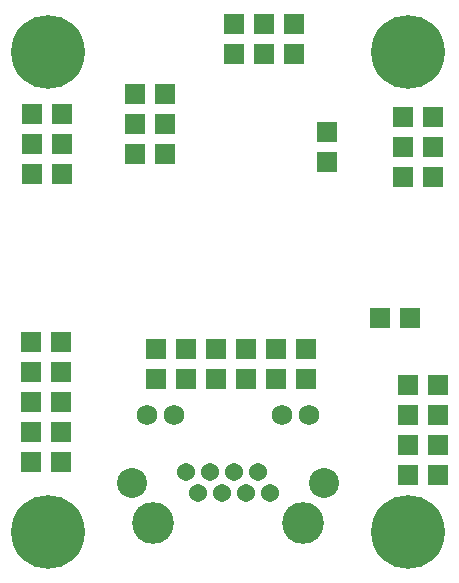
<source format=gbr>
G04 #@! TF.FileFunction,Soldermask,Top*
%FSLAX46Y46*%
G04 Gerber Fmt 4.6, Leading zero omitted, Abs format (unit mm)*
G04 Created by KiCad (PCBNEW 4.0.1-stable) date 18. 2. 2016 10:36:15*
%MOMM*%
G01*
G04 APERTURE LIST*
%ADD10C,0.300000*%
%ADD11C,3.540000*%
%ADD12C,2.540000*%
%ADD13C,1.540000*%
%ADD14C,1.740000*%
%ADD15R,1.764000X1.764000*%
%ADD16C,6.240000*%
G04 APERTURE END LIST*
D10*
D11*
X13970000Y5842000D03*
X26670000Y5842000D03*
D12*
X28450000Y9272000D03*
X12190000Y9272000D03*
D13*
X17780000Y8382000D03*
X19810000Y8382000D03*
X21840000Y8382000D03*
X23870000Y8382000D03*
X16760000Y10162000D03*
X18790000Y10162000D03*
X20820000Y10162000D03*
X22850000Y10162000D03*
D14*
X27180000Y14982000D03*
X24890000Y14982000D03*
X15750000Y14982000D03*
X13460000Y14982000D03*
D15*
X35560000Y17526000D03*
X38100000Y17526000D03*
X35560000Y14986000D03*
X38100000Y14986000D03*
X35560000Y12446000D03*
X38100000Y12446000D03*
X35560000Y9906000D03*
X38100000Y9906000D03*
X14224000Y18034000D03*
X14224000Y20574000D03*
X16764000Y18034000D03*
X16764000Y20574000D03*
X19304000Y18034000D03*
X19304000Y20574000D03*
X21844000Y18034000D03*
X21844000Y20574000D03*
X24384000Y18034000D03*
X24384000Y20574000D03*
X26924000Y18034000D03*
X26924000Y20574000D03*
X35179000Y40259000D03*
X37719000Y40259000D03*
X35179000Y37719000D03*
X37719000Y37719000D03*
X35179000Y35179000D03*
X37719000Y35179000D03*
X28702000Y38989000D03*
X28702000Y36449000D03*
X14986000Y37084000D03*
X14986000Y39624000D03*
X14986000Y42164000D03*
X20828000Y45593000D03*
X20828000Y48133000D03*
X23368000Y45593000D03*
X23368000Y48133000D03*
X25908000Y45593000D03*
X25908000Y48133000D03*
X3746500Y37909500D03*
X6286500Y37909500D03*
X6286500Y40449500D03*
X3746500Y40449500D03*
X6223000Y21209000D03*
X3683000Y21209000D03*
X6223000Y13589000D03*
X3683000Y13589000D03*
X6223000Y16129000D03*
X3683000Y16129000D03*
X6223000Y18669000D03*
X3683000Y18669000D03*
X6223000Y11049000D03*
X3683000Y11049000D03*
D16*
X5080000Y45720000D03*
X35560000Y5080000D03*
X5080000Y5080000D03*
X35560000Y45720000D03*
D15*
X12446000Y37084000D03*
X12446000Y39624000D03*
X12446000Y42164000D03*
X33210500Y23177500D03*
X35750500Y23177500D03*
X6286500Y35369500D03*
X3746500Y35369500D03*
M02*

</source>
